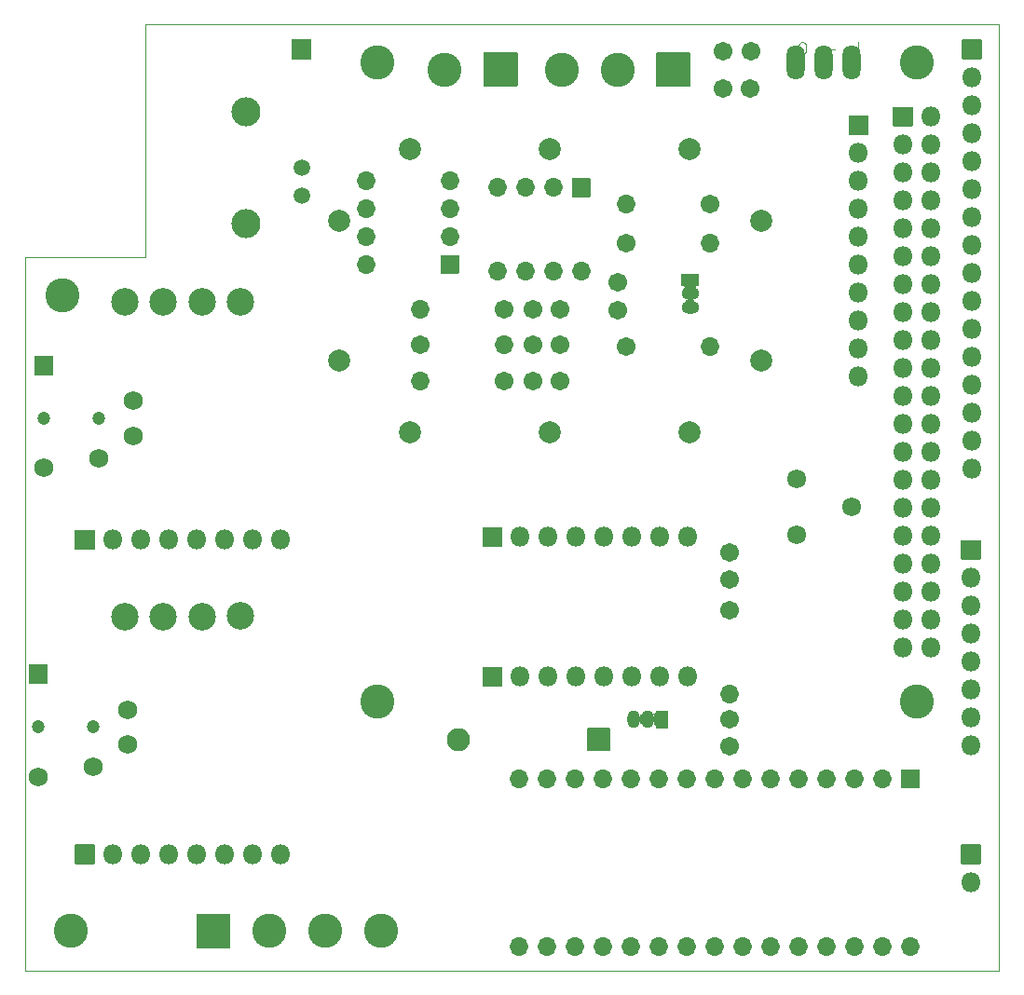
<source format=gbr>
G04 #@! TF.GenerationSoftware,KiCad,Pcbnew,(5.1.9)-1*
G04 #@! TF.CreationDate,2021-03-09T13:02:45-08:00*
G04 #@! TF.ProjectId,full_project,66756c6c-5f70-4726-9f6a-6563742e6b69,2.0*
G04 #@! TF.SameCoordinates,Original*
G04 #@! TF.FileFunction,Soldermask,Top*
G04 #@! TF.FilePolarity,Negative*
%FSLAX46Y46*%
G04 Gerber Fmt 4.6, Leading zero omitted, Abs format (unit mm)*
G04 Created by KiCad (PCBNEW (5.1.9)-1) date 2021-03-09 13:02:45*
%MOMM*%
%LPD*%
G01*
G04 APERTURE LIST*
G04 #@! TA.AperFunction,Profile*
%ADD10C,0.050000*%
G04 #@! TD*
%ADD11C,0.050000*%
%ADD12C,1.752000*%
%ADD13C,1.202000*%
%ADD14O,1.802000X1.802000*%
%ADD15C,2.502000*%
%ADD16C,2.642000*%
%ADD17C,1.499000*%
%ADD18C,2.007000*%
%ADD19C,1.702000*%
%ADD20O,1.702000X1.702000*%
%ADD21C,3.102000*%
%ADD22O,1.152000X1.602000*%
%ADD23O,2.102000X2.102000*%
%ADD24C,1.722000*%
%ADD25O,1.626000X3.150000*%
%ADD26O,1.602000X1.152000*%
%ADD27C,0.150000*%
G04 APERTURE END LIST*
D10*
X111379000Y-77851000D02*
X111379000Y-56636000D01*
X100457000Y-77851000D02*
X111379000Y-77851000D01*
X189000000Y-142488000D02*
X189000000Y-142688000D01*
X188600000Y-142688000D02*
X189000000Y-142688000D01*
X188600000Y-56636000D02*
X189000000Y-56636000D01*
X189000000Y-56636000D02*
X189000000Y-142488000D01*
X187600000Y-142688000D02*
X188600000Y-142688000D01*
X187600000Y-56636000D02*
X188600000Y-56636000D01*
X187000000Y-142688000D02*
X187600000Y-142688000D01*
X187000000Y-56636000D02*
X187600000Y-56636000D01*
X185032000Y-56636000D02*
X187000000Y-56636000D01*
X185032000Y-142688000D02*
X187000000Y-142688000D01*
X100457000Y-77851000D02*
X100457000Y-142688000D01*
X100457000Y-142688000D02*
X185032000Y-142688000D01*
X185032000Y-56636000D02*
X111379000Y-56636000D01*
G04 #@! TO.C,U8*
D11*
X171023291Y-58289440D02*
X171213768Y-58289440D01*
X171309006Y-58337060D01*
X171404244Y-58432298D01*
X171451863Y-58622774D01*
X171451863Y-58956107D01*
X171404244Y-59146583D01*
X171309006Y-59241821D01*
X171213768Y-59289440D01*
X171023291Y-59289440D01*
X170928053Y-59241821D01*
X170832815Y-59146583D01*
X170785196Y-58956107D01*
X170785196Y-58622774D01*
X170832815Y-58432298D01*
X170928053Y-58337060D01*
X171023291Y-58289440D01*
X176204020Y-59287550D02*
X176204020Y-58287550D01*
X173279390Y-58909368D02*
X174041295Y-58909368D01*
X171023291Y-58289440D02*
X171213768Y-58289440D01*
X171309006Y-58337060D01*
X171404244Y-58432298D01*
X171451863Y-58622774D01*
X171451863Y-58956107D01*
X171404244Y-59146583D01*
X171309006Y-59241821D01*
X171213768Y-59289440D01*
X171023291Y-59289440D01*
X170928053Y-59241821D01*
X170832815Y-59146583D01*
X170785196Y-58956107D01*
X170785196Y-58622774D01*
X170832815Y-58432298D01*
X170928053Y-58337060D01*
X171023291Y-58289440D01*
X176204020Y-59287550D02*
X176204020Y-58287550D01*
X173279390Y-58909368D02*
X174041295Y-58909368D01*
X171023291Y-58289440D02*
X171213768Y-58289440D01*
X171309006Y-58337060D01*
X171404244Y-58432298D01*
X171451863Y-58622774D01*
X171451863Y-58956107D01*
X171404244Y-59146583D01*
X171309006Y-59241821D01*
X171213768Y-59289440D01*
X171023291Y-59289440D01*
X170928053Y-59241821D01*
X170832815Y-59146583D01*
X170785196Y-58956107D01*
X170785196Y-58622774D01*
X170832815Y-58432298D01*
X170928053Y-58337060D01*
X171023291Y-58289440D01*
X176204020Y-59287550D02*
X176204020Y-58287550D01*
X173279390Y-58909368D02*
X174041295Y-58909368D01*
X171023291Y-58289440D02*
X171213768Y-58289440D01*
X171309006Y-58337060D01*
X171404244Y-58432298D01*
X171451863Y-58622774D01*
X171451863Y-58956107D01*
X171404244Y-59146583D01*
X171309006Y-59241821D01*
X171213768Y-59289440D01*
X171023291Y-59289440D01*
X170928053Y-59241821D01*
X170832815Y-59146583D01*
X170785196Y-58956107D01*
X170785196Y-58622774D01*
X170832815Y-58432298D01*
X170928053Y-58337060D01*
X171023291Y-58289440D01*
X176204020Y-59287550D02*
X176204020Y-58287550D01*
X173279390Y-58909368D02*
X174041295Y-58909368D01*
X171023291Y-58289440D02*
X171213768Y-58289440D01*
X171309006Y-58337060D01*
X171404244Y-58432298D01*
X171451863Y-58622774D01*
X171451863Y-58956107D01*
X171404244Y-59146583D01*
X171309006Y-59241821D01*
X171213768Y-59289440D01*
X171023291Y-59289440D01*
X170928053Y-59241821D01*
X170832815Y-59146583D01*
X170785196Y-58956107D01*
X170785196Y-58622774D01*
X170832815Y-58432298D01*
X170928053Y-58337060D01*
X171023291Y-58289440D01*
X176204020Y-59287550D02*
X176204020Y-58287550D01*
X173279390Y-58909368D02*
X174041295Y-58909368D01*
X171023291Y-58289440D02*
X171213768Y-58289440D01*
X171309006Y-58337060D01*
X171404244Y-58432298D01*
X171451863Y-58622774D01*
X171451863Y-58956107D01*
X171404244Y-59146583D01*
X171309006Y-59241821D01*
X171213768Y-59289440D01*
X171023291Y-59289440D01*
X170928053Y-59241821D01*
X170832815Y-59146583D01*
X170785196Y-58956107D01*
X170785196Y-58622774D01*
X170832815Y-58432298D01*
X170928053Y-58337060D01*
X171023291Y-58289440D01*
X176204020Y-59287550D02*
X176204020Y-58287550D01*
X173279390Y-58909368D02*
X174041295Y-58909368D01*
X171023291Y-58289440D02*
X171213768Y-58289440D01*
X171309006Y-58337060D01*
X171404244Y-58432298D01*
X171451863Y-58622774D01*
X171451863Y-58956107D01*
X171404244Y-59146583D01*
X171309006Y-59241821D01*
X171213768Y-59289440D01*
X171023291Y-59289440D01*
X170928053Y-59241821D01*
X170832815Y-59146583D01*
X170785196Y-58956107D01*
X170785196Y-58622774D01*
X170832815Y-58432298D01*
X170928053Y-58337060D01*
X171023291Y-58289440D01*
X176204020Y-59287550D02*
X176204020Y-58287550D01*
X173279390Y-58909368D02*
X174041295Y-58909368D01*
X171023291Y-58289440D02*
X171213768Y-58289440D01*
X171309006Y-58337060D01*
X171404244Y-58432298D01*
X171451863Y-58622774D01*
X171451863Y-58956107D01*
X171404244Y-59146583D01*
X171309006Y-59241821D01*
X171213768Y-59289440D01*
X171023291Y-59289440D01*
X170928053Y-59241821D01*
X170832815Y-59146583D01*
X170785196Y-58956107D01*
X170785196Y-58622774D01*
X170832815Y-58432298D01*
X170928053Y-58337060D01*
X171023291Y-58289440D01*
X176204020Y-59287550D02*
X176204020Y-58287550D01*
X173279390Y-58909368D02*
X174041295Y-58909368D01*
X171023291Y-58289440D02*
X171213768Y-58289440D01*
X171309006Y-58337060D01*
X171404244Y-58432298D01*
X171451863Y-58622774D01*
X171451863Y-58956107D01*
X171404244Y-59146583D01*
X171309006Y-59241821D01*
X171213768Y-59289440D01*
X171023291Y-59289440D01*
X170928053Y-59241821D01*
X170832815Y-59146583D01*
X170785196Y-58956107D01*
X170785196Y-58622774D01*
X170832815Y-58432298D01*
X170928053Y-58337060D01*
X171023291Y-58289440D01*
X176204020Y-59287550D02*
X176204020Y-58287550D01*
X173279390Y-58909368D02*
X174041295Y-58909368D01*
X171023291Y-58289440D02*
X171213768Y-58289440D01*
X171309006Y-58337060D01*
X171404244Y-58432298D01*
X171451863Y-58622774D01*
X171451863Y-58956107D01*
X171404244Y-59146583D01*
X171309006Y-59241821D01*
X171213768Y-59289440D01*
X171023291Y-59289440D01*
X170928053Y-59241821D01*
X170832815Y-59146583D01*
X170785196Y-58956107D01*
X170785196Y-58622774D01*
X170832815Y-58432298D01*
X170928053Y-58337060D01*
X171023291Y-58289440D01*
X176204020Y-59287550D02*
X176204020Y-58287550D01*
X173279390Y-58909368D02*
X174041295Y-58909368D01*
X171023291Y-58289440D02*
X171213768Y-58289440D01*
X171309006Y-58337060D01*
X171404244Y-58432298D01*
X171451863Y-58622774D01*
X171451863Y-58956107D01*
X171404244Y-59146583D01*
X171309006Y-59241821D01*
X171213768Y-59289440D01*
X171023291Y-59289440D01*
X170928053Y-59241821D01*
X170832815Y-59146583D01*
X170785196Y-58956107D01*
X170785196Y-58622774D01*
X170832815Y-58432298D01*
X170928053Y-58337060D01*
X171023291Y-58289440D01*
X176204020Y-59287550D02*
X176204020Y-58287550D01*
X173279390Y-58909368D02*
X174041295Y-58909368D01*
X171023291Y-58289440D02*
X171213768Y-58289440D01*
X171309006Y-58337060D01*
X171404244Y-58432298D01*
X171451863Y-58622774D01*
X171451863Y-58956107D01*
X171404244Y-59146583D01*
X171309006Y-59241821D01*
X171213768Y-59289440D01*
X171023291Y-59289440D01*
X170928053Y-59241821D01*
X170832815Y-59146583D01*
X170785196Y-58956107D01*
X170785196Y-58622774D01*
X170832815Y-58432298D01*
X170928053Y-58337060D01*
X171023291Y-58289440D01*
X176204020Y-59287550D02*
X176204020Y-58287550D01*
X173279390Y-58909368D02*
X174041295Y-58909368D01*
X171023291Y-58289440D02*
X171213768Y-58289440D01*
X171309006Y-58337060D01*
X171404244Y-58432298D01*
X171451863Y-58622774D01*
X171451863Y-58956107D01*
X171404244Y-59146583D01*
X171309006Y-59241821D01*
X171213768Y-59289440D01*
X171023291Y-59289440D01*
X170928053Y-59241821D01*
X170832815Y-59146583D01*
X170785196Y-58956107D01*
X170785196Y-58622774D01*
X170832815Y-58432298D01*
X170928053Y-58337060D01*
X171023291Y-58289440D01*
X176204020Y-59287550D02*
X176204020Y-58287550D01*
X173279390Y-58909368D02*
X174041295Y-58909368D01*
X171023291Y-58289440D02*
X171213768Y-58289440D01*
X171309006Y-58337060D01*
X171404244Y-58432298D01*
X171451863Y-58622774D01*
X171451863Y-58956107D01*
X171404244Y-59146583D01*
X171309006Y-59241821D01*
X171213768Y-59289440D01*
X171023291Y-59289440D01*
X170928053Y-59241821D01*
X170832815Y-59146583D01*
X170785196Y-58956107D01*
X170785196Y-58622774D01*
X170832815Y-58432298D01*
X170928053Y-58337060D01*
X171023291Y-58289440D01*
X176204020Y-59287550D02*
X176204020Y-58287550D01*
X173279390Y-58909368D02*
X174041295Y-58909368D01*
X171023291Y-58289440D02*
X171213768Y-58289440D01*
X171309006Y-58337060D01*
X171404244Y-58432298D01*
X171451863Y-58622774D01*
X171451863Y-58956107D01*
X171404244Y-59146583D01*
X171309006Y-59241821D01*
X171213768Y-59289440D01*
X171023291Y-59289440D01*
X170928053Y-59241821D01*
X170832815Y-59146583D01*
X170785196Y-58956107D01*
X170785196Y-58622774D01*
X170832815Y-58432298D01*
X170928053Y-58337060D01*
X171023291Y-58289440D01*
X176204020Y-59287550D02*
X176204020Y-58287550D01*
X173279390Y-58909368D02*
X174041295Y-58909368D01*
X171023291Y-58289440D02*
X171213768Y-58289440D01*
X171309006Y-58337060D01*
X171404244Y-58432298D01*
X171451863Y-58622774D01*
X171451863Y-58956107D01*
X171404244Y-59146583D01*
X171309006Y-59241821D01*
X171213768Y-59289440D01*
X171023291Y-59289440D01*
X170928053Y-59241821D01*
X170832815Y-59146583D01*
X170785196Y-58956107D01*
X170785196Y-58622774D01*
X170832815Y-58432298D01*
X170928053Y-58337060D01*
X171023291Y-58289440D01*
X176204020Y-59287550D02*
X176204020Y-58287550D01*
X173279390Y-58909368D02*
X174041295Y-58909368D01*
X171023291Y-58289440D02*
X171213768Y-58289440D01*
X171309006Y-58337060D01*
X171404244Y-58432298D01*
X171451863Y-58622774D01*
X171451863Y-58956107D01*
X171404244Y-59146583D01*
X171309006Y-59241821D01*
X171213768Y-59289440D01*
X171023291Y-59289440D01*
X170928053Y-59241821D01*
X170832815Y-59146583D01*
X170785196Y-58956107D01*
X170785196Y-58622774D01*
X170832815Y-58432298D01*
X170928053Y-58337060D01*
X171023291Y-58289440D01*
X176204020Y-59287550D02*
X176204020Y-58287550D01*
X173279390Y-58909368D02*
X174041295Y-58909368D01*
X171023291Y-58289440D02*
X171213768Y-58289440D01*
X171309006Y-58337060D01*
X171404244Y-58432298D01*
X171451863Y-58622774D01*
X171451863Y-58956107D01*
X171404244Y-59146583D01*
X171309006Y-59241821D01*
X171213768Y-59289440D01*
X171023291Y-59289440D01*
X170928053Y-59241821D01*
X170832815Y-59146583D01*
X170785196Y-58956107D01*
X170785196Y-58622774D01*
X170832815Y-58432298D01*
X170928053Y-58337060D01*
X171023291Y-58289440D01*
X176204020Y-59287550D02*
X176204020Y-58287550D01*
X173279390Y-58909368D02*
X174041295Y-58909368D01*
X171023291Y-58289440D02*
X171213768Y-58289440D01*
X171309006Y-58337060D01*
X171404244Y-58432298D01*
X171451863Y-58622774D01*
X171451863Y-58956107D01*
X171404244Y-59146583D01*
X171309006Y-59241821D01*
X171213768Y-59289440D01*
X171023291Y-59289440D01*
X170928053Y-59241821D01*
X170832815Y-59146583D01*
X170785196Y-58956107D01*
X170785196Y-58622774D01*
X170832815Y-58432298D01*
X170928053Y-58337060D01*
X171023291Y-58289440D01*
X176204020Y-59287550D02*
X176204020Y-58287550D01*
X173279390Y-58909368D02*
X174041295Y-58909368D01*
D10*
X111379000Y-77851000D02*
X111379000Y-56636000D01*
X100457000Y-77851000D02*
X111379000Y-77851000D01*
X189000000Y-142488000D02*
X189000000Y-142688000D01*
X188600000Y-142688000D02*
X189000000Y-142688000D01*
X188600000Y-56636000D02*
X189000000Y-56636000D01*
X189000000Y-56636000D02*
X189000000Y-142488000D01*
X187600000Y-142688000D02*
X188600000Y-142688000D01*
X187600000Y-56636000D02*
X188600000Y-56636000D01*
X187000000Y-142688000D02*
X187600000Y-142688000D01*
X187000000Y-56636000D02*
X187600000Y-56636000D01*
X185032000Y-56636000D02*
X187000000Y-56636000D01*
X185032000Y-142688000D02*
X187000000Y-142688000D01*
X100457000Y-77851000D02*
X100457000Y-142688000D01*
X100457000Y-142688000D02*
X185032000Y-142688000D01*
X185032000Y-56636000D02*
X111379000Y-56636000D01*
D11*
X171023291Y-58289440D02*
X171213768Y-58289440D01*
X171309006Y-58337060D01*
X171404244Y-58432298D01*
X171451863Y-58622774D01*
X171451863Y-58956107D01*
X171404244Y-59146583D01*
X171309006Y-59241821D01*
X171213768Y-59289440D01*
X171023291Y-59289440D01*
X170928053Y-59241821D01*
X170832815Y-59146583D01*
X170785196Y-58956107D01*
X170785196Y-58622774D01*
X170832815Y-58432298D01*
X170928053Y-58337060D01*
X171023291Y-58289440D01*
X176204020Y-59287550D02*
X176204020Y-58287550D01*
X173279390Y-58909368D02*
X174041295Y-58909368D01*
G04 #@! TD*
G04 #@! TO.C,J7*
G36*
G01*
X100791000Y-116548000D02*
X100791000Y-114898000D01*
G75*
G02*
X100842000Y-114847000I51000J0D01*
G01*
X102492000Y-114847000D01*
G75*
G02*
X102543000Y-114898000I0J-51000D01*
G01*
X102543000Y-116548000D01*
G75*
G02*
X102492000Y-116599000I-51000J0D01*
G01*
X100842000Y-116599000D01*
G75*
G02*
X100791000Y-116548000I0J51000D01*
G01*
G37*
D12*
X106667000Y-124123000D03*
X109767000Y-118923000D03*
X101667000Y-125023000D03*
D13*
X101667000Y-120523000D03*
X106667000Y-120523000D03*
D12*
X109767000Y-122123000D03*
G04 #@! TD*
G04 #@! TO.C,J9*
G36*
G01*
X101299000Y-88481000D02*
X101299000Y-86831000D01*
G75*
G02*
X101350000Y-86780000I51000J0D01*
G01*
X103000000Y-86780000D01*
G75*
G02*
X103051000Y-86831000I0J-51000D01*
G01*
X103051000Y-88481000D01*
G75*
G02*
X103000000Y-88532000I-51000J0D01*
G01*
X101350000Y-88532000D01*
G75*
G02*
X101299000Y-88481000I0J51000D01*
G01*
G37*
X107175000Y-96056000D03*
X110275000Y-90856000D03*
X102175000Y-96956000D03*
D13*
X102175000Y-92456000D03*
X107175000Y-92456000D03*
D12*
X110275000Y-94056000D03*
G04 #@! TD*
G04 #@! TO.C,U4*
G36*
G01*
X106768000Y-104406000D02*
X105068000Y-104406000D01*
G75*
G02*
X105017000Y-104355000I0J51000D01*
G01*
X105017000Y-102655000D01*
G75*
G02*
X105068000Y-102604000I51000J0D01*
G01*
X106768000Y-102604000D01*
G75*
G02*
X106819000Y-102655000I0J-51000D01*
G01*
X106819000Y-104355000D01*
G75*
G02*
X106768000Y-104406000I-51000J0D01*
G01*
G37*
D14*
X108458000Y-103505000D03*
X110998000Y-103505000D03*
X113538000Y-103505000D03*
X116078000Y-103505000D03*
X118618000Y-103505000D03*
X121158000Y-103505000D03*
X123698000Y-103505000D03*
D15*
X109558000Y-81915000D03*
X113058000Y-81915000D03*
X116558000Y-81915000D03*
X120058000Y-81865000D03*
G04 #@! TD*
G04 #@! TO.C,U3*
X120058000Y-110440000D03*
X116558000Y-110490000D03*
X113058000Y-110490000D03*
X109558000Y-110490000D03*
D14*
X123698000Y-132080000D03*
X121158000Y-132080000D03*
X118618000Y-132080000D03*
X116078000Y-132080000D03*
X113538000Y-132080000D03*
X110998000Y-132080000D03*
X108458000Y-132080000D03*
G36*
G01*
X106768000Y-132981000D02*
X105068000Y-132981000D01*
G75*
G02*
X105017000Y-132930000I0J51000D01*
G01*
X105017000Y-131230000D01*
G75*
G02*
X105068000Y-131179000I51000J0D01*
G01*
X106768000Y-131179000D01*
G75*
G02*
X106819000Y-131230000I0J-51000D01*
G01*
X106819000Y-132930000D01*
G75*
G02*
X106768000Y-132981000I-51000J0D01*
G01*
G37*
G04 #@! TD*
D16*
G04 #@! TO.C,J6*
X120523000Y-64643000D03*
X120523000Y-74803000D03*
D17*
X125603000Y-72263000D03*
X125603000Y-69723000D03*
G04 #@! TD*
D18*
G04 #@! TO.C,J5*
X129026920Y-87188040D03*
X129026920Y-74488040D03*
X148188680Y-67985640D03*
X135488680Y-67985640D03*
X160888680Y-67985640D03*
X167391080Y-74488040D03*
X167391080Y-87188040D03*
X135488680Y-93690440D03*
X148188680Y-93690440D03*
X160888680Y-93690440D03*
G04 #@! TD*
D19*
G04 #@! TO.C,R6*
X144050000Y-82525000D03*
D20*
X136430000Y-82525000D03*
G04 #@! TD*
G04 #@! TO.C,J8*
G36*
G01*
X160951000Y-59275000D02*
X160951000Y-62275000D01*
G75*
G02*
X160900000Y-62326000I-51000J0D01*
G01*
X157900000Y-62326000D01*
G75*
G02*
X157849000Y-62275000I0J51000D01*
G01*
X157849000Y-59275000D01*
G75*
G02*
X157900000Y-59224000I51000J0D01*
G01*
X160900000Y-59224000D01*
G75*
G02*
X160951000Y-59275000I0J-51000D01*
G01*
G37*
D21*
X154320000Y-60775000D03*
X149240000Y-60775000D03*
G04 #@! TD*
D19*
G04 #@! TO.C,R3*
X164510000Y-109940000D03*
D20*
X164510000Y-117560000D03*
G04 #@! TD*
D22*
G04 #@! TO.C,Q1*
X157086300Y-119814340D03*
X155816300Y-119814340D03*
G36*
G01*
X158932300Y-119064340D02*
X158932300Y-120564340D01*
G75*
G02*
X158881300Y-120615340I-51000J0D01*
G01*
X157831300Y-120615340D01*
G75*
G02*
X157780300Y-120564340I0J51000D01*
G01*
X157780300Y-119064340D01*
G75*
G02*
X157831300Y-119013340I51000J0D01*
G01*
X158881300Y-119013340D01*
G75*
G02*
X158932300Y-119064340I0J-51000D01*
G01*
G37*
G04 #@! TD*
D14*
G04 #@! TO.C,U1*
X176200000Y-88685000D03*
X176200000Y-86145000D03*
X176200000Y-83605000D03*
X176200000Y-81065000D03*
X176200000Y-78525000D03*
X176200000Y-75985000D03*
X176200000Y-73445000D03*
X176200000Y-70905000D03*
X176200000Y-68365000D03*
G36*
G01*
X175299000Y-66675000D02*
X175299000Y-64975000D01*
G75*
G02*
X175350000Y-64924000I51000J0D01*
G01*
X177050000Y-64924000D01*
G75*
G02*
X177101000Y-64975000I0J-51000D01*
G01*
X177101000Y-66675000D01*
G75*
G02*
X177050000Y-66726000I-51000J0D01*
G01*
X175350000Y-66726000D01*
G75*
G02*
X175299000Y-66675000I0J51000D01*
G01*
G37*
G04 #@! TD*
G04 #@! TO.C,J2*
G36*
G01*
X181141000Y-64188000D02*
X181141000Y-65888000D01*
G75*
G02*
X181090000Y-65939000I-51000J0D01*
G01*
X179390000Y-65939000D01*
G75*
G02*
X179339000Y-65888000I0J51000D01*
G01*
X179339000Y-64188000D01*
G75*
G02*
X179390000Y-64137000I51000J0D01*
G01*
X181090000Y-64137000D01*
G75*
G02*
X181141000Y-64188000I0J-51000D01*
G01*
G37*
X182780000Y-65038000D03*
X180240000Y-67578000D03*
X182780000Y-67578000D03*
X180240000Y-70118000D03*
X182780000Y-70118000D03*
X180240000Y-72658000D03*
X182780000Y-72658000D03*
X180240000Y-75198000D03*
X182780000Y-75198000D03*
X180240000Y-77738000D03*
X182780000Y-77738000D03*
X180240000Y-80278000D03*
X182780000Y-80278000D03*
X180240000Y-82818000D03*
X182780000Y-82818000D03*
X180240000Y-85358000D03*
X182780000Y-85358000D03*
X180240000Y-87898000D03*
X182780000Y-87898000D03*
X180240000Y-90438000D03*
X182780000Y-90438000D03*
X180240000Y-92978000D03*
X182780000Y-92978000D03*
X180240000Y-95518000D03*
X182780000Y-95518000D03*
X180240000Y-98058000D03*
X182780000Y-98058000D03*
X180240000Y-100598000D03*
X182780000Y-100598000D03*
X180240000Y-103138000D03*
X182780000Y-103138000D03*
X180240000Y-105678000D03*
X182780000Y-105678000D03*
X180240000Y-108218000D03*
X182780000Y-108218000D03*
X180240000Y-110758000D03*
X182780000Y-110758000D03*
X180240000Y-113298000D03*
X182780000Y-113298000D03*
G04 #@! TD*
G04 #@! TO.C,U2*
X160713420Y-115928140D03*
X158173420Y-115928140D03*
X155633420Y-115928140D03*
X153093420Y-115928140D03*
X150553420Y-115928140D03*
X148013420Y-115928140D03*
X145473420Y-115928140D03*
G36*
G01*
X143783420Y-116829140D02*
X142083420Y-116829140D01*
G75*
G02*
X142032420Y-116778140I0J51000D01*
G01*
X142032420Y-115078140D01*
G75*
G02*
X142083420Y-115027140I51000J0D01*
G01*
X143783420Y-115027140D01*
G75*
G02*
X143834420Y-115078140I0J-51000D01*
G01*
X143834420Y-116778140D01*
G75*
G02*
X143783420Y-116829140I-51000J0D01*
G01*
G37*
G36*
G01*
X143783420Y-104129140D02*
X142083420Y-104129140D01*
G75*
G02*
X142032420Y-104078140I0J51000D01*
G01*
X142032420Y-102378140D01*
G75*
G02*
X142083420Y-102327140I51000J0D01*
G01*
X143783420Y-102327140D01*
G75*
G02*
X143834420Y-102378140I0J-51000D01*
G01*
X143834420Y-104078140D01*
G75*
G02*
X143783420Y-104129140I-51000J0D01*
G01*
G37*
X150553420Y-103228140D03*
X160713420Y-103228140D03*
X158173420Y-103228140D03*
X155633420Y-103228140D03*
X153093420Y-103228140D03*
X145473420Y-103228140D03*
X148013420Y-103228140D03*
G04 #@! TD*
D21*
G04 #@! TO.C,J4*
X122682000Y-139065000D03*
X127762000Y-139065000D03*
G36*
G01*
X116051000Y-140565000D02*
X116051000Y-137565000D01*
G75*
G02*
X116102000Y-137514000I51000J0D01*
G01*
X119102000Y-137514000D01*
G75*
G02*
X119153000Y-137565000I0J-51000D01*
G01*
X119153000Y-140565000D01*
G75*
G02*
X119102000Y-140616000I-51000J0D01*
G01*
X116102000Y-140616000D01*
G75*
G02*
X116051000Y-140565000I0J51000D01*
G01*
G37*
X132842000Y-139065000D03*
G04 #@! TD*
D23*
G04 #@! TO.C,D1*
X139890000Y-121660000D03*
G36*
G01*
X153641000Y-120660000D02*
X153641000Y-122660000D01*
G75*
G02*
X153590000Y-122711000I-51000J0D01*
G01*
X151590000Y-122711000D01*
G75*
G02*
X151539000Y-122660000I0J51000D01*
G01*
X151539000Y-120660000D01*
G75*
G02*
X151590000Y-120609000I51000J0D01*
G01*
X153590000Y-120609000D01*
G75*
G02*
X153641000Y-120660000I0J-51000D01*
G01*
G37*
G04 #@! TD*
D20*
G04 #@! TO.C,R2*
X162687000Y-76581000D03*
D19*
X155067000Y-76581000D03*
G04 #@! TD*
G04 #@! TO.C,C2*
X154305000Y-82637000D03*
X154305000Y-80137000D03*
G04 #@! TD*
G04 #@! TO.C,J12*
G36*
G01*
X126453000Y-59829000D02*
X124753000Y-59829000D01*
G75*
G02*
X124702000Y-59778000I0J51000D01*
G01*
X124702000Y-58078000D01*
G75*
G02*
X124753000Y-58027000I51000J0D01*
G01*
X126453000Y-58027000D01*
G75*
G02*
X126504000Y-58078000I0J-51000D01*
G01*
X126504000Y-59778000D01*
G75*
G02*
X126453000Y-59829000I-51000J0D01*
G01*
G37*
G04 #@! TD*
G04 #@! TO.C,R1*
X162687000Y-73025000D03*
D20*
X155067000Y-73025000D03*
G04 #@! TD*
G04 #@! TO.C,U6*
X131472000Y-78452000D03*
X139092000Y-70832000D03*
X131472000Y-75912000D03*
X139092000Y-73372000D03*
X131472000Y-73372000D03*
X139092000Y-75912000D03*
X131472000Y-70832000D03*
G36*
G01*
X139943000Y-77652000D02*
X139943000Y-79252000D01*
G75*
G02*
X139892000Y-79303000I-51000J0D01*
G01*
X138292000Y-79303000D01*
G75*
G02*
X138241000Y-79252000I0J51000D01*
G01*
X138241000Y-77652000D01*
G75*
G02*
X138292000Y-77601000I51000J0D01*
G01*
X139892000Y-77601000D01*
G75*
G02*
X139943000Y-77652000I0J-51000D01*
G01*
G37*
G04 #@! TD*
D19*
G04 #@! TO.C,C5*
X164520000Y-122290000D03*
X164520000Y-119790000D03*
G04 #@! TD*
G04 #@! TO.C,J14*
G36*
G01*
X187337000Y-131230000D02*
X187337000Y-132930000D01*
G75*
G02*
X187286000Y-132981000I-51000J0D01*
G01*
X185586000Y-132981000D01*
G75*
G02*
X185535000Y-132930000I0J51000D01*
G01*
X185535000Y-131230000D01*
G75*
G02*
X185586000Y-131179000I51000J0D01*
G01*
X187286000Y-131179000D01*
G75*
G02*
X187337000Y-131230000I0J-51000D01*
G01*
G37*
D14*
X186436000Y-134620000D03*
G04 #@! TD*
D19*
G04 #@! TO.C,C6*
X149121000Y-85800000D03*
X146621000Y-85800000D03*
G04 #@! TD*
G04 #@! TO.C,C7*
X149100000Y-89100000D03*
X146600000Y-89100000D03*
G04 #@! TD*
D20*
G04 #@! TO.C,R4*
X136421000Y-89073000D03*
D19*
X144041000Y-89073000D03*
G04 #@! TD*
G04 #@! TO.C,U7*
G36*
G01*
X150203000Y-70650000D02*
X151803000Y-70650000D01*
G75*
G02*
X151854000Y-70701000I0J-51000D01*
G01*
X151854000Y-72301000D01*
G75*
G02*
X151803000Y-72352000I-51000J0D01*
G01*
X150203000Y-72352000D01*
G75*
G02*
X150152000Y-72301000I0J51000D01*
G01*
X150152000Y-70701000D01*
G75*
G02*
X150203000Y-70650000I51000J0D01*
G01*
G37*
D20*
X143383000Y-79121000D03*
X148463000Y-71501000D03*
X145923000Y-79121000D03*
X145923000Y-71501000D03*
X148463000Y-79121000D03*
X143383000Y-71501000D03*
X151003000Y-79121000D03*
G04 #@! TD*
G04 #@! TO.C,A1*
G36*
G01*
X180125000Y-124399000D02*
X181725000Y-124399000D01*
G75*
G02*
X181776000Y-124450000I0J-51000D01*
G01*
X181776000Y-126050000D01*
G75*
G02*
X181725000Y-126101000I-51000J0D01*
G01*
X180125000Y-126101000D01*
G75*
G02*
X180074000Y-126050000I0J51000D01*
G01*
X180074000Y-124450000D01*
G75*
G02*
X180125000Y-124399000I51000J0D01*
G01*
G37*
X147905000Y-140490000D03*
X178385000Y-125250000D03*
X150445000Y-140490000D03*
X175845000Y-125250000D03*
X152985000Y-140490000D03*
X173305000Y-125250000D03*
X155525000Y-140490000D03*
X170765000Y-125250000D03*
X158065000Y-140490000D03*
X168225000Y-125250000D03*
X160605000Y-140490000D03*
X165685000Y-125250000D03*
X163145000Y-140490000D03*
X163145000Y-125250000D03*
X165685000Y-140490000D03*
X160605000Y-125250000D03*
X168225000Y-140490000D03*
X158065000Y-125250000D03*
X170765000Y-140490000D03*
X155525000Y-125250000D03*
X173305000Y-140490000D03*
X152985000Y-125250000D03*
X175845000Y-140490000D03*
X150445000Y-125250000D03*
X178385000Y-140490000D03*
X147905000Y-125250000D03*
X180925000Y-140490000D03*
X145365000Y-125250000D03*
X145365000Y-140490000D03*
G04 #@! TD*
D19*
G04 #@! TO.C,C1*
X166375000Y-62475000D03*
X163875000Y-62475000D03*
G04 #@! TD*
G04 #@! TO.C,C3*
X163925000Y-59100000D03*
X166425000Y-59100000D03*
G04 #@! TD*
G04 #@! TO.C,C4*
X164503100Y-107119420D03*
X164503100Y-104619420D03*
G04 #@! TD*
D24*
G04 #@! TO.C,RV1*
X170600000Y-98000000D03*
X175600000Y-100500000D03*
X170600000Y-103000000D03*
G04 #@! TD*
D25*
G04 #@! TO.C,U8*
X170485000Y-60110000D03*
X173025000Y-60110000D03*
X175565000Y-60110000D03*
G04 #@! TD*
D19*
G04 #@! TO.C,C8*
X146625000Y-82525000D03*
X149125000Y-82525000D03*
G04 #@! TD*
G04 #@! TO.C,R5*
X136421000Y-85800000D03*
D20*
X144041000Y-85800000D03*
G04 #@! TD*
D19*
G04 #@! TO.C,R7*
X155067000Y-85979000D03*
D20*
X162687000Y-85979000D03*
G04 #@! TD*
D26*
G04 #@! TO.C,U5*
X160909000Y-81153000D03*
X160909000Y-82423000D03*
G36*
G01*
X160159000Y-79307000D02*
X161659000Y-79307000D01*
G75*
G02*
X161710000Y-79358000I0J-51000D01*
G01*
X161710000Y-80408000D01*
G75*
G02*
X161659000Y-80459000I-51000J0D01*
G01*
X160159000Y-80459000D01*
G75*
G02*
X160108000Y-80408000I0J51000D01*
G01*
X160108000Y-79358000D01*
G75*
G02*
X160159000Y-79307000I51000J0D01*
G01*
G37*
G04 #@! TD*
G04 #@! TO.C,J1*
G36*
G01*
X187426000Y-58075000D02*
X187426000Y-59775000D01*
G75*
G02*
X187375000Y-59826000I-51000J0D01*
G01*
X185675000Y-59826000D01*
G75*
G02*
X185624000Y-59775000I0J51000D01*
G01*
X185624000Y-58075000D01*
G75*
G02*
X185675000Y-58024000I51000J0D01*
G01*
X187375000Y-58024000D01*
G75*
G02*
X187426000Y-58075000I0J-51000D01*
G01*
G37*
D14*
X186525000Y-61465000D03*
X186525000Y-64005000D03*
X186525000Y-66545000D03*
X186525000Y-69085000D03*
X186525000Y-71625000D03*
X186525000Y-74165000D03*
X186525000Y-76705000D03*
X186525000Y-79245000D03*
X186525000Y-81785000D03*
X186525000Y-84325000D03*
X186525000Y-86865000D03*
X186525000Y-89405000D03*
X186525000Y-91945000D03*
X186525000Y-94485000D03*
X186525000Y-97025000D03*
G04 #@! TD*
G04 #@! TO.C,J3*
G36*
G01*
X187331920Y-103566860D02*
X187331920Y-105266860D01*
G75*
G02*
X187280920Y-105317860I-51000J0D01*
G01*
X185580920Y-105317860D01*
G75*
G02*
X185529920Y-105266860I0J51000D01*
G01*
X185529920Y-103566860D01*
G75*
G02*
X185580920Y-103515860I51000J0D01*
G01*
X187280920Y-103515860D01*
G75*
G02*
X187331920Y-103566860I0J-51000D01*
G01*
G37*
X186430920Y-106956860D03*
X186430920Y-109496860D03*
X186430920Y-112036860D03*
X186430920Y-114576860D03*
X186430920Y-117116860D03*
X186430920Y-119656860D03*
X186430920Y-122196860D03*
G04 #@! TD*
D21*
G04 #@! TO.C,H1*
X132500000Y-60140000D03*
G04 #@! TD*
G04 #@! TO.C,H2*
X181520000Y-60140000D03*
G04 #@! TD*
G04 #@! TO.C,H3*
X181500000Y-118200000D03*
G04 #@! TD*
G04 #@! TO.C,H4*
X132500000Y-118200000D03*
G04 #@! TD*
G04 #@! TO.C,H5*
X103900000Y-81275000D03*
G04 #@! TD*
G04 #@! TO.C,H6*
X104625000Y-139050000D03*
G04 #@! TD*
G04 #@! TO.C,J10*
G36*
G01*
X145251000Y-59250000D02*
X145251000Y-62250000D01*
G75*
G02*
X145200000Y-62301000I-51000J0D01*
G01*
X142200000Y-62301000D01*
G75*
G02*
X142149000Y-62250000I0J51000D01*
G01*
X142149000Y-59250000D01*
G75*
G02*
X142200000Y-59199000I51000J0D01*
G01*
X145200000Y-59199000D01*
G75*
G02*
X145251000Y-59250000I0J-51000D01*
G01*
G37*
X138620000Y-60750000D03*
G04 #@! TD*
D27*
G36*
X157781384Y-119181319D02*
G01*
X157782300Y-119183000D01*
X157782300Y-120445680D01*
X157781300Y-120447412D01*
X157779300Y-120447412D01*
X157778310Y-120445876D01*
X157775928Y-120421689D01*
X157768928Y-120398614D01*
X157757563Y-120377350D01*
X157742268Y-120358713D01*
X157723631Y-120343418D01*
X157702367Y-120332053D01*
X157679292Y-120325053D01*
X157655301Y-120322690D01*
X157631310Y-120325053D01*
X157608235Y-120332053D01*
X157587015Y-120343395D01*
X157563057Y-120365109D01*
X157561102Y-120365531D01*
X157559759Y-120364049D01*
X157560168Y-120362358D01*
X157563555Y-120358232D01*
X157616598Y-120258997D01*
X157649262Y-120151317D01*
X157660300Y-120039246D01*
X157660300Y-119589435D01*
X157649262Y-119477363D01*
X157616598Y-119369683D01*
X157563555Y-119270448D01*
X157561470Y-119267908D01*
X157561144Y-119265934D01*
X157562690Y-119264666D01*
X157564430Y-119265225D01*
X157577276Y-119278071D01*
X157597324Y-119291466D01*
X157619597Y-119300693D01*
X157643248Y-119305397D01*
X157667354Y-119305397D01*
X157691004Y-119300693D01*
X157713278Y-119291466D01*
X157733325Y-119278072D01*
X157750372Y-119261025D01*
X157763767Y-119240977D01*
X157772994Y-119218704D01*
X157777707Y-119195007D01*
X157778302Y-119182902D01*
X157779386Y-119181221D01*
X157781384Y-119181319D01*
G37*
G36*
X156346136Y-119360353D02*
G01*
X156356229Y-119375458D01*
X156373276Y-119392505D01*
X156393324Y-119405900D01*
X156415598Y-119415126D01*
X156439248Y-119419830D01*
X156463354Y-119419830D01*
X156487004Y-119415125D01*
X156509278Y-119405899D01*
X156529325Y-119392504D01*
X156546372Y-119375457D01*
X156556464Y-119360353D01*
X156558258Y-119359468D01*
X156559921Y-119360579D01*
X156559891Y-119362407D01*
X156556002Y-119369683D01*
X156523338Y-119477363D01*
X156512300Y-119589434D01*
X156512300Y-120039246D01*
X156523338Y-120151316D01*
X156556002Y-120258996D01*
X156559891Y-120266272D01*
X156559825Y-120268271D01*
X156558062Y-120269214D01*
X156556464Y-120268326D01*
X156546371Y-120253221D01*
X156529324Y-120236174D01*
X156509276Y-120222779D01*
X156487002Y-120213553D01*
X156463352Y-120208849D01*
X156439246Y-120208849D01*
X156415596Y-120213554D01*
X156393322Y-120222780D01*
X156373275Y-120236175D01*
X156356228Y-120253222D01*
X156346139Y-120268322D01*
X156344345Y-120269207D01*
X156342682Y-120268096D01*
X156342712Y-120266268D01*
X156346598Y-120258997D01*
X156379262Y-120151317D01*
X156390300Y-120039246D01*
X156390300Y-119589435D01*
X156379262Y-119477363D01*
X156346598Y-119369683D01*
X156342709Y-119362407D01*
X156342775Y-119360408D01*
X156344538Y-119359465D01*
X156346136Y-119360353D01*
G37*
G36*
X160457067Y-81679409D02*
G01*
X160464343Y-81683298D01*
X160572023Y-81715962D01*
X160684094Y-81727000D01*
X161133906Y-81727000D01*
X161245977Y-81715962D01*
X161353657Y-81683298D01*
X161360933Y-81679409D01*
X161362932Y-81679475D01*
X161363875Y-81681238D01*
X161362987Y-81682836D01*
X161347882Y-81692929D01*
X161330835Y-81709976D01*
X161317440Y-81730024D01*
X161308214Y-81752298D01*
X161303510Y-81775948D01*
X161303510Y-81800054D01*
X161308215Y-81823704D01*
X161317441Y-81845978D01*
X161330836Y-81866025D01*
X161347883Y-81883072D01*
X161362987Y-81893164D01*
X161363872Y-81894958D01*
X161362761Y-81896621D01*
X161360933Y-81896591D01*
X161353657Y-81892702D01*
X161245977Y-81860038D01*
X161133906Y-81849000D01*
X160684094Y-81849000D01*
X160572023Y-81860038D01*
X160464343Y-81892702D01*
X160457067Y-81896591D01*
X160455068Y-81896525D01*
X160454125Y-81894762D01*
X160455013Y-81893164D01*
X160470118Y-81883071D01*
X160487165Y-81866024D01*
X160500560Y-81845976D01*
X160509786Y-81823702D01*
X160514490Y-81800052D01*
X160514490Y-81775946D01*
X160509785Y-81752296D01*
X160500559Y-81730022D01*
X160487164Y-81709975D01*
X160470117Y-81692928D01*
X160455013Y-81682836D01*
X160454128Y-81681042D01*
X160455239Y-81679379D01*
X160457067Y-81679409D01*
G37*
G36*
X161542072Y-80458000D02*
G01*
X161542072Y-80460000D01*
X161540536Y-80460990D01*
X161516349Y-80463372D01*
X161493274Y-80470372D01*
X161472010Y-80481737D01*
X161453373Y-80497032D01*
X161438078Y-80515669D01*
X161426713Y-80536933D01*
X161419713Y-80560008D01*
X161417350Y-80583999D01*
X161419713Y-80607990D01*
X161426713Y-80631065D01*
X161438078Y-80652329D01*
X161453405Y-80671005D01*
X161454877Y-80672339D01*
X161455489Y-80674243D01*
X161454146Y-80675725D01*
X161452591Y-80675585D01*
X161353657Y-80622702D01*
X161245977Y-80590038D01*
X161133906Y-80579000D01*
X160684094Y-80579000D01*
X160572023Y-80590038D01*
X160464343Y-80622702D01*
X160365108Y-80675745D01*
X160362568Y-80677830D01*
X160360594Y-80678156D01*
X160359326Y-80676610D01*
X160359885Y-80674870D01*
X160372731Y-80662024D01*
X160386126Y-80641976D01*
X160395353Y-80619703D01*
X160400057Y-80596052D01*
X160400057Y-80571946D01*
X160395353Y-80548296D01*
X160386126Y-80526022D01*
X160372732Y-80505975D01*
X160355685Y-80488928D01*
X160335637Y-80475533D01*
X160313364Y-80466306D01*
X160289667Y-80461593D01*
X160277562Y-80460998D01*
X160275881Y-80459914D01*
X160275979Y-80457916D01*
X160277660Y-80457000D01*
X161540340Y-80457000D01*
X161542072Y-80458000D01*
G37*
M02*

</source>
